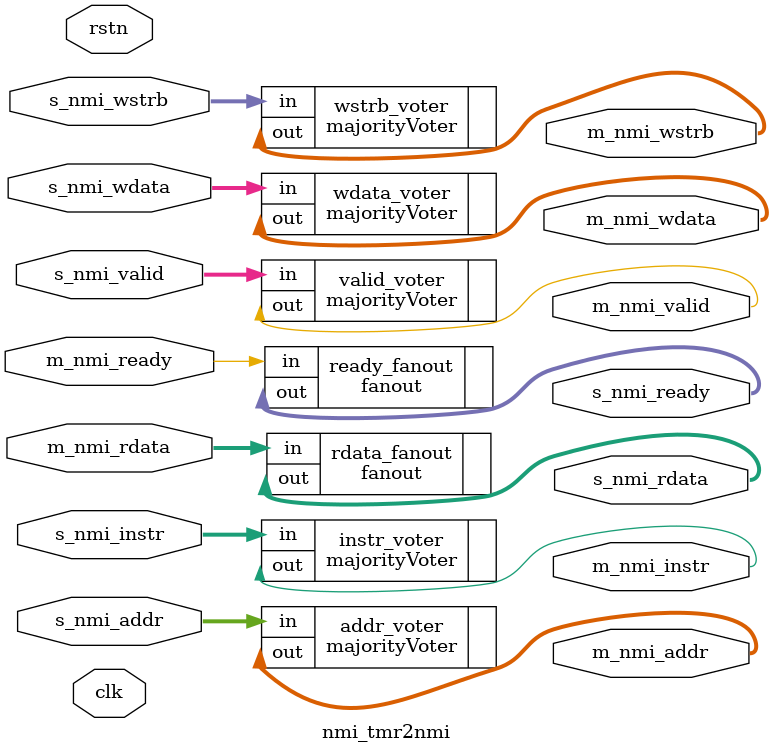
<source format=v>
module nmi_tmr2nmi #(
    parameter DATA_WIDTH = 32,
    parameter ADDR_WIDTH = 32,

    parameter WSTRB_WIDTH = (DATA_WIDTH-1)/8+1 // 4 bits for 32 data
)(
    input   wire clk,
    input   wire rstn,
    
    // NMI triplicated input 
    input   wire [2:0]                 s_nmi_valid,
    input   wire [2:0]                 s_nmi_instr,
	output  wire [2:0]                 s_nmi_ready,
	input   wire [3*ADDR_WIDTH-1:0]    s_nmi_addr,
	input   wire [3*DATA_WIDTH-1:0]    s_nmi_wdata,
	input   wire [3*WSTRB_WIDTH-1:0]   s_nmi_wstrb,
	output  wire [3*DATA_WIDTH-1:0]    s_nmi_rdata,

    // NMI  voted output
    output   wire                       m_nmi_valid,
    output   wire                       m_nmi_instr,
	input    wire                       m_nmi_ready,
	output   wire [ADDR_WIDTH-1:0]      m_nmi_addr,
	output   wire [DATA_WIDTH-1:0]      m_nmi_wdata,
	output   wire [WSTRB_WIDTH-1:0]     m_nmi_wstrb,
	input    wire [DATA_WIDTH-1:0]      m_nmi_rdata
);

    fanout                       ready_fanout (.in(m_nmi_ready), .out(s_nmi_ready));
    fanout #(.WIDTH(DATA_WIDTH)) rdata_fanout (.in(m_nmi_rdata), .out(s_nmi_rdata));

    majorityVoter                       valid_voter (.in(s_nmi_valid), .out(m_nmi_valid)); 
    majorityVoter                       instr_voter (.in(s_nmi_instr), .out(m_nmi_instr)); 
    majorityVoter #(.WIDTH(DATA_WIDTH)) wdata_voter (.in(s_nmi_wdata), .out(m_nmi_wdata)); 
    majorityVoter #(.WIDTH(ADDR_WIDTH)) addr_voter (.in(s_nmi_addr), .out(m_nmi_addr)); 
    majorityVoter #(.WIDTH(WSTRB_WIDTH))wstrb_voter (.in(s_nmi_wstrb), .out(m_nmi_wstrb)); 
endmodule



</source>
